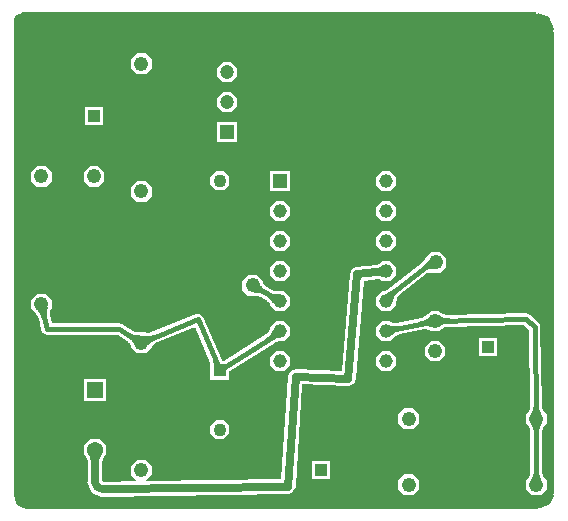
<source format=gbr>
G04*
G04 #@! TF.GenerationSoftware,Altium Limited,Altium Designer,24.7.2 (38)*
G04*
G04 Layer_Physical_Order=2*
G04 Layer_Color=16711680*
%FSLAX44Y44*%
%MOMM*%
G71*
G04*
G04 #@! TF.SameCoordinates,DA7644E0-93A3-41EC-BC17-E7A0BFE8D910*
G04*
G04*
G04 #@! TF.FilePolarity,Positive*
G04*
G01*
G75*
%ADD28C,0.6350*%
%ADD29C,0.4064*%
%ADD30R,1.2000X1.2000*%
%ADD31C,1.2000*%
%ADD32R,1.1000X1.1000*%
%ADD33C,1.1000*%
%ADD34R,1.0100X1.0100*%
%ADD35C,1.2400*%
%ADD36R,1.1700X1.1700*%
%ADD37C,1.1700*%
%ADD38R,1.3700X1.3700*%
%ADD39C,1.3700*%
%ADD40C,1.2180*%
%ADD41C,0.8585*%
G36*
X443830Y421376D02*
Y421376D01*
X444464Y420437D01*
X444463Y420330D01*
X444500Y420314D01*
X444500Y420384D01*
X445770Y421232D01*
X454998Y417410D01*
X459032Y407670D01*
X458383Y406631D01*
X458304Y406506D01*
X458096Y406400D01*
X458034D01*
X458432Y405439D01*
X458640Y405266D01*
X459357Y404666D01*
Y14644D01*
X458455Y13750D01*
X458050Y13754D01*
X458034Y13716D01*
X458743Y12446D01*
X455726Y5162D01*
X447802Y1880D01*
X446532Y2638D01*
X446532Y2850D01*
X446506Y2839D01*
X446480Y2828D01*
X446483Y2579D01*
X445754Y1690D01*
X445593Y1527D01*
X11850D01*
X10956Y2429D01*
X10960Y2834D01*
X10922Y2850D01*
X9652Y2371D01*
X4507Y4502D01*
X2363Y9677D01*
X2840Y10950D01*
X2840Y10951D01*
X2850Y11430D01*
X2829Y11480D01*
X2431Y11475D01*
X1527Y12367D01*
Y415798D01*
X2138D01*
X3668Y419492D01*
X6096Y420498D01*
X7366Y420314D01*
X7827Y420505D01*
X7806Y420688D01*
X8650Y421637D01*
X443572D01*
X443830Y421376D01*
D02*
G37*
%LPC*%
G36*
X113333Y386943D02*
X106093D01*
X100973Y381824D01*
Y374583D01*
X106093Y369463D01*
X113333D01*
X118453Y374583D01*
Y381824D01*
X113333Y386943D01*
D02*
G37*
G36*
X185732Y379455D02*
X178657D01*
X173655Y374453D01*
Y367378D01*
X178657Y362375D01*
X185732D01*
X190735Y367378D01*
Y374453D01*
X185732Y379455D01*
D02*
G37*
G36*
Y354055D02*
X178657D01*
X173655Y349053D01*
Y341978D01*
X178657Y336975D01*
X185732D01*
X190735Y341978D01*
Y349053D01*
X185732Y354055D01*
D02*
G37*
G36*
X77545Y341321D02*
X62365D01*
Y326141D01*
X77545D01*
Y341321D01*
D02*
G37*
G36*
X190735Y328655D02*
X173655D01*
Y311575D01*
X190735D01*
Y328655D01*
D02*
G37*
G36*
X73151Y291546D02*
X65911D01*
X60791Y286426D01*
Y279186D01*
X65911Y274066D01*
X73151D01*
X78271Y279186D01*
Y286426D01*
X73151Y291546D01*
D02*
G37*
G36*
X28702D02*
X21461D01*
X16341Y286426D01*
Y279186D01*
X21461Y274066D01*
X28702D01*
X33821Y279186D01*
Y286426D01*
X28702Y291546D01*
D02*
G37*
G36*
X179352Y286950D02*
X172692D01*
X167982Y282240D01*
Y275580D01*
X172692Y270870D01*
X179352D01*
X184062Y275580D01*
Y282240D01*
X179352Y286950D01*
D02*
G37*
G36*
X320467Y287282D02*
X313517D01*
X308602Y282367D01*
Y275417D01*
X313517Y270502D01*
X320467D01*
X325382Y275417D01*
Y282367D01*
X320467Y287282D01*
D02*
G37*
G36*
X235212D02*
X218432D01*
Y270502D01*
X235212D01*
Y287282D01*
D02*
G37*
G36*
X113333Y278843D02*
X106093D01*
X100973Y273724D01*
Y266483D01*
X106093Y261363D01*
X113333D01*
X118453Y266483D01*
Y273724D01*
X113333Y278843D01*
D02*
G37*
G36*
X320467Y261882D02*
X313517D01*
X308602Y256967D01*
Y250017D01*
X313517Y245102D01*
X320467D01*
X325382Y250017D01*
Y256967D01*
X320467Y261882D01*
D02*
G37*
G36*
X230297D02*
X223347D01*
X218432Y256967D01*
Y250017D01*
X223347Y245102D01*
X230297D01*
X235212Y250017D01*
Y256967D01*
X230297Y261882D01*
D02*
G37*
G36*
X320467Y236482D02*
X313517D01*
X308602Y231567D01*
Y224617D01*
X313517Y219702D01*
X320467D01*
X325382Y224617D01*
Y231567D01*
X320467Y236482D01*
D02*
G37*
G36*
X230297D02*
X223347D01*
X218432Y231567D01*
Y224617D01*
X223347Y219702D01*
X230297D01*
X235212Y224617D01*
Y231567D01*
X230297Y236482D01*
D02*
G37*
G36*
X362653Y218848D02*
X355412D01*
X350292Y213728D01*
Y212870D01*
X349777Y212230D01*
X349343Y211768D01*
X348023Y210591D01*
X317735Y186948D01*
X316684Y186299D01*
X316219Y186052D01*
X315845Y185879D01*
X315611Y185793D01*
X315346Y185727D01*
X315285Y185682D01*
X313517D01*
X308602Y180767D01*
Y173817D01*
X313517Y168902D01*
X320467D01*
X325382Y173817D01*
Y176307D01*
X325566Y176653D01*
X325661Y177613D01*
X325799Y178419D01*
X325989Y179169D01*
X326228Y179863D01*
X326515Y180508D01*
X326849Y181110D01*
X327233Y181673D01*
X327542Y182047D01*
X351283Y200579D01*
X351811Y200829D01*
X352504Y201082D01*
X353229Y201275D01*
X353992Y201408D01*
X354798Y201478D01*
X355299Y201481D01*
X355412Y201368D01*
X356937D01*
X357592Y201276D01*
X357944Y201368D01*
X362653D01*
X367772Y206488D01*
Y213728D01*
X362653Y218848D01*
D02*
G37*
G36*
X320467Y211082D02*
X313517D01*
X311470Y209036D01*
X311051Y208900D01*
X310832Y208714D01*
X310655Y208601D01*
X310369Y208459D01*
X309210Y208046D01*
X308910Y207966D01*
X291604Y205921D01*
X290037Y205043D01*
X288326Y204492D01*
X288033Y203921D01*
X287473Y203608D01*
X286985Y201879D01*
X286165Y200280D01*
X279443Y117825D01*
X240550Y119412D01*
X238397Y118622D01*
X236224Y117887D01*
X236186Y117810D01*
X236105Y117780D01*
X235142Y115699D01*
X234125Y113643D01*
X228302Y26290D01*
X114600Y24615D01*
X114067Y25877D01*
X118453Y30263D01*
Y37503D01*
X113333Y42623D01*
X106093D01*
X100973Y37503D01*
Y30263D01*
X105485Y25750D01*
X104967Y24473D01*
X78856Y24088D01*
X77875Y24200D01*
X77503Y24566D01*
X77444Y24710D01*
X77295Y24772D01*
X76926Y25135D01*
X76847Y25699D01*
X76792Y26117D01*
X76783Y41127D01*
X76842Y41665D01*
X77003Y42529D01*
X77199Y43310D01*
X77416Y43975D01*
X77646Y44522D01*
X77879Y44951D01*
X78204Y45416D01*
X78253Y45640D01*
X79980Y47367D01*
Y55146D01*
X74480Y60646D01*
X66701D01*
X61200Y55146D01*
Y47367D01*
X62934Y45633D01*
X62984Y45406D01*
X63310Y44941D01*
X63543Y44512D01*
X63774Y43966D01*
X63979Y43343D01*
X64362Y41585D01*
X64411Y41226D01*
X64422Y24203D01*
X64408Y24181D01*
X63917Y24180D01*
X67724Y14990D01*
X75838Y11629D01*
X76958Y11165D01*
X77113Y11229D01*
X77108Y11678D01*
X77125Y11689D01*
X234186Y14003D01*
X236146Y14849D01*
X238168Y15533D01*
X238287Y15773D01*
X238533Y15879D01*
X239320Y17863D01*
X240267Y19777D01*
X246069Y106805D01*
X284874Y105221D01*
X286987Y105997D01*
X289130Y106687D01*
X289191Y106807D01*
X289318Y106853D01*
X290263Y108896D01*
X291291Y110899D01*
X298084Y194228D01*
X310278Y195670D01*
X310746Y195668D01*
X311348Y195622D01*
X311850Y195550D01*
X312207Y195469D01*
X312406Y195400D01*
X312431Y195387D01*
X313517Y194302D01*
X320467D01*
X325382Y199217D01*
Y206167D01*
X320467Y211082D01*
D02*
G37*
G36*
X230297D02*
X223347D01*
X218432Y206167D01*
Y199217D01*
X223347Y194302D01*
X230297D01*
X235212Y199217D01*
Y206167D01*
X230297Y211082D01*
D02*
G37*
G36*
X207631Y199224D02*
X200390D01*
X195270Y194105D01*
Y186864D01*
X200390Y181744D01*
X204797D01*
X205224Y181620D01*
X206015Y181705D01*
X206709Y181724D01*
X207423Y181688D01*
X208159Y181594D01*
X208920Y181440D01*
X209707Y181224D01*
X210485Y180955D01*
X211005Y180723D01*
X215699Y178008D01*
X215889Y177864D01*
X216505Y177337D01*
X217050Y176808D01*
X217526Y176278D01*
X217937Y175749D01*
X218286Y175219D01*
X218432Y174952D01*
Y173817D01*
X223347Y168902D01*
X230297D01*
X235212Y173817D01*
Y180767D01*
X230297Y185682D01*
X226105D01*
X225666Y185812D01*
X224966Y185737D01*
X224361Y185725D01*
X223728Y185763D01*
X223065Y185855D01*
X222368Y186003D01*
X221638Y186212D01*
X220910Y186470D01*
X220568Y186626D01*
X215838Y189361D01*
X215529Y189599D01*
X214879Y190165D01*
X214298Y190740D01*
X213785Y191323D01*
X213337Y191914D01*
X212949Y192514D01*
X212750Y192883D01*
Y194105D01*
X207631Y199224D01*
D02*
G37*
G36*
X361857Y168973D02*
X354708D01*
X352060Y166326D01*
X351573Y166096D01*
X351058Y165529D01*
X350571Y165074D01*
X350032Y164644D01*
X349436Y164240D01*
X348782Y163862D01*
X348064Y163511D01*
X347318Y163203D01*
X346831Y163051D01*
X325784Y158743D01*
X325546Y158724D01*
X324735Y158709D01*
X323977Y158743D01*
X323269Y158823D01*
X322611Y158946D01*
X321998Y159110D01*
X321439Y159310D01*
X320467Y160282D01*
X313517D01*
X308602Y155367D01*
Y148417D01*
X313517Y143502D01*
X320467D01*
X323026Y146060D01*
X323513Y146289D01*
X323988Y146810D01*
X324432Y147221D01*
X324930Y147613D01*
X325487Y147985D01*
X326107Y148336D01*
X326791Y148665D01*
X327507Y148955D01*
X327866Y149066D01*
X348942Y153380D01*
X349285Y153405D01*
X350131Y153415D01*
X350928Y153374D01*
X351679Y153284D01*
X352385Y153146D01*
X353050Y152963D01*
X353676Y152736D01*
X353691Y152730D01*
X354708Y151713D01*
X361857D01*
X363529Y153385D01*
X363831Y153465D01*
X364441Y153929D01*
X365003Y154288D01*
X365611Y154612D01*
X366270Y154900D01*
X366983Y155153D01*
X367752Y155367D01*
X368542Y155534D01*
X369049Y155596D01*
X433773Y156811D01*
X437793Y152940D01*
X439006Y88341D01*
X438962Y87953D01*
X438813Y87104D01*
X438621Y86310D01*
X438387Y85570D01*
X438113Y84880D01*
X437799Y84238D01*
X437446Y83640D01*
X436988Y82990D01*
X436941Y82780D01*
X435416Y81255D01*
Y74015D01*
X437027Y72404D01*
X437090Y72146D01*
X437560Y71505D01*
X437924Y70913D01*
X438250Y70277D01*
X438537Y69593D01*
X438785Y68857D01*
X438992Y68067D01*
X439149Y67259D01*
X439208Y66693D01*
Y32556D01*
X439156Y32169D01*
X438992Y31323D01*
X438785Y30533D01*
X438537Y29797D01*
X438250Y29112D01*
X437924Y28477D01*
X437560Y27885D01*
X437090Y27244D01*
X437027Y26986D01*
X435416Y25375D01*
Y18135D01*
X440536Y13015D01*
X447777D01*
X452896Y18135D01*
Y25375D01*
X451286Y26986D01*
X451223Y27244D01*
X450753Y27885D01*
X450389Y28477D01*
X450063Y29112D01*
X449776Y29797D01*
X449528Y30533D01*
X449321Y31323D01*
X449164Y32131D01*
X449105Y32697D01*
Y66834D01*
X449156Y67221D01*
X449321Y68067D01*
X449528Y68857D01*
X449776Y69593D01*
X450063Y70277D01*
X450389Y70913D01*
X450753Y71505D01*
X451223Y72146D01*
X451286Y72404D01*
X452896Y74015D01*
Y81255D01*
X451198Y82953D01*
X451118Y83256D01*
X450637Y83888D01*
X450261Y84472D01*
X449924Y85102D01*
X449624Y85781D01*
X449362Y86512D01*
X449140Y87298D01*
X448968Y88103D01*
X448899Y88668D01*
X447650Y155175D01*
X447028Y156600D01*
X446135Y158647D01*
X439162Y165362D01*
X435637Y166745D01*
X368734Y165489D01*
X368393Y165527D01*
X367559Y165671D01*
X366782Y165856D01*
X366060Y166082D01*
X365391Y166346D01*
X364771Y166647D01*
X364196Y166984D01*
X363569Y167425D01*
X363358Y167472D01*
X361857Y168973D01*
D02*
G37*
G36*
X410974Y146053D02*
X395794D01*
Y130872D01*
X410974D01*
Y146053D01*
D02*
G37*
G36*
X361857Y143573D02*
X354708D01*
X349652Y138518D01*
Y131368D01*
X354708Y126313D01*
X361857D01*
X366912Y131368D01*
Y138518D01*
X361857Y143573D01*
D02*
G37*
G36*
X320467Y134882D02*
X313517D01*
X308602Y129967D01*
Y123017D01*
X313517Y118102D01*
X320467D01*
X325382Y123017D01*
Y129967D01*
X320467Y134882D01*
D02*
G37*
G36*
X230297D02*
X223347D01*
X218432Y129967D01*
Y123017D01*
X223347Y118102D01*
X230297D01*
X235212Y123017D01*
Y129967D01*
X230297Y134882D01*
D02*
G37*
G36*
X28702Y183446D02*
X21461D01*
X16341Y178326D01*
Y171086D01*
X19195Y168232D01*
X19427Y167771D01*
X20028Y167252D01*
X20516Y166757D01*
X20976Y166211D01*
X21409Y165608D01*
X21816Y164947D01*
X22195Y164223D01*
X22529Y163471D01*
X22714Y162933D01*
X25102Y152560D01*
X25899Y151440D01*
X26425Y150171D01*
X26962Y149948D01*
X27299Y149475D01*
X28655Y149247D01*
X29924Y148721D01*
X89614D01*
X97932Y143517D01*
X98232Y143268D01*
X98862Y142680D01*
X99422Y142086D01*
X99915Y141485D01*
X100343Y140878D01*
X100709Y140265D01*
X100973Y139732D01*
Y138363D01*
X106093Y133243D01*
X113333D01*
X118453Y138363D01*
Y138988D01*
X118781Y139376D01*
X119301Y139905D01*
X119884Y140418D01*
X120533Y140914D01*
X121217Y141371D01*
X121717Y141644D01*
X155106Y155621D01*
X167982Y124862D01*
Y124379D01*
X167803Y123953D01*
X167923Y123660D01*
X167868Y123349D01*
X167982Y123186D01*
Y110432D01*
X184062D01*
Y116422D01*
X184149Y116549D01*
X184062Y117024D01*
Y117553D01*
X184181Y117691D01*
X184452Y117950D01*
X222531Y142047D01*
X223302Y142429D01*
X223998Y142716D01*
X224659Y142948D01*
X225255Y143116D01*
X225782Y143225D01*
X226235Y143281D01*
X226760Y143295D01*
X227222Y143502D01*
X230297D01*
X235212Y148417D01*
Y155367D01*
X230297Y160282D01*
X223347D01*
X218432Y155367D01*
Y153832D01*
X218278Y153314D01*
X218019Y152639D01*
X217713Y151998D01*
X217357Y151386D01*
X216950Y150800D01*
X216488Y150236D01*
X215968Y149693D01*
X215645Y149402D01*
X179851Y126751D01*
X179310Y126512D01*
X178648D01*
X178387Y126649D01*
X178220Y126664D01*
X178167Y126700D01*
X178043Y126810D01*
X177867Y127007D01*
X177743Y127177D01*
X162325Y164007D01*
Y164008D01*
X159636Y166676D01*
X155849Y166661D01*
X117765Y150719D01*
X117388Y150617D01*
X116545Y150442D01*
X115735Y150328D01*
X114961Y150272D01*
X114219Y150273D01*
X113747Y150309D01*
X113333Y150723D01*
X109297D01*
X108807Y150885D01*
X108015Y150827D01*
X107320Y150832D01*
X106609Y150893D01*
X105876Y151013D01*
X105121Y151193D01*
X104341Y151436D01*
X103573Y151732D01*
X103062Y151982D01*
X93660Y157865D01*
X92304Y158093D01*
X91035Y158619D01*
X33863D01*
X32327Y165291D01*
X32290Y165679D01*
X32261Y166541D01*
X32285Y167357D01*
X32362Y168130D01*
X32488Y168861D01*
X32663Y169554D01*
X32853Y170118D01*
X33821Y171086D01*
Y178326D01*
X28702Y183446D01*
D02*
G37*
G36*
X79980Y111446D02*
X61200D01*
Y92666D01*
X79980D01*
Y111446D01*
D02*
G37*
G36*
X339677Y86375D02*
X332436D01*
X327316Y81255D01*
Y74015D01*
X332436Y68895D01*
X339677D01*
X344796Y74015D01*
Y81255D01*
X339677Y86375D01*
D02*
G37*
G36*
X179352Y76512D02*
X172692D01*
X167982Y71802D01*
Y65142D01*
X172692Y60432D01*
X179352D01*
X184062Y65142D01*
Y71802D01*
X179352Y76512D01*
D02*
G37*
G36*
X269838Y41873D02*
X254658D01*
Y26693D01*
X269838D01*
Y41873D01*
D02*
G37*
G36*
X339677Y30495D02*
X332436D01*
X327316Y25375D01*
Y18135D01*
X332436Y13015D01*
X339677D01*
X344796Y18135D01*
Y25375D01*
X339677Y30495D01*
D02*
G37*
%LPD*%
G36*
X357972Y203999D02*
X356836Y204158D01*
X355735Y204234D01*
X354669Y204226D01*
X353637Y204136D01*
X352640Y203963D01*
X351677Y203707D01*
X350750Y203368D01*
X349857Y202946D01*
X348999Y202442D01*
X348175Y201854D01*
X346992Y206086D01*
X348022Y206905D01*
X351262Y209797D01*
X351852Y210423D01*
X352767Y211560D01*
X353093Y212071D01*
X353331Y212544D01*
X357972Y203999D01*
D02*
G37*
G36*
X327028Y185347D02*
X326292Y184721D01*
X325627Y184047D01*
X325032Y183325D01*
X324507Y182555D01*
X324052Y181736D01*
X323667Y180870D01*
X323353Y179955D01*
X323108Y178992D01*
X322934Y177980D01*
X322830Y176921D01*
X316007Y183058D01*
X316420Y183161D01*
X316899Y183337D01*
X317443Y183589D01*
X318054Y183914D01*
X319472Y184790D01*
X321153Y185963D01*
X323097Y187434D01*
X327028Y185347D01*
D02*
G37*
G36*
X313908Y197721D02*
X313480Y197938D01*
X312962Y198116D01*
X312351Y198256D01*
X311649Y198356D01*
X310855Y198417D01*
X308993Y198423D01*
X307925Y198367D01*
X305514Y198138D01*
X304768Y204445D01*
X306017Y204606D01*
X309172Y205190D01*
X310028Y205418D01*
X311445Y205924D01*
X312006Y206202D01*
X312469Y206496D01*
X312834Y206807D01*
X313908Y197721D01*
D02*
G37*
G36*
X75535Y46397D02*
X75165Y45713D01*
X74838Y44938D01*
X74555Y44072D01*
X74316Y43115D01*
X74120Y42068D01*
X73860Y39700D01*
X73795Y38380D01*
X73774Y36969D01*
X67425Y36964D01*
X67402Y38375D01*
X67225Y40925D01*
X67072Y42063D01*
X66634Y44067D01*
X66350Y44932D01*
X66023Y45707D01*
X65651Y46391D01*
X65236Y46983D01*
X75950Y46990D01*
X75535Y46397D01*
D02*
G37*
G36*
X210147Y191918D02*
X210581Y191114D01*
X211083Y190336D01*
X211655Y189582D01*
X212296Y188853D01*
X213006Y188150D01*
X213786Y187471D01*
X214634Y186818D01*
X215552Y186190D01*
X216539Y185586D01*
X214504Y182068D01*
X213489Y182623D01*
X211497Y183514D01*
X210521Y183852D01*
X209557Y184116D01*
X208605Y184308D01*
X207667Y184428D01*
X206741Y184475D01*
X205828Y184450D01*
X204928Y184353D01*
X209783Y192747D01*
X210147Y191918D01*
D02*
G37*
G36*
X217986Y184779D02*
X219880Y183919D01*
X220800Y183592D01*
X221703Y183334D01*
X222589Y183145D01*
X223457Y183025D01*
X224307Y182974D01*
X225140Y182991D01*
X225956Y183078D01*
X221375Y175157D01*
X221043Y175907D01*
X220643Y176638D01*
X220175Y177350D01*
X219637Y178042D01*
X219032Y178715D01*
X218358Y179370D01*
X217616Y180004D01*
X216805Y180620D01*
X215926Y181217D01*
X214979Y181794D01*
X217013Y185312D01*
X217986Y184779D01*
D02*
G37*
G36*
X362707Y164671D02*
X363473Y164221D01*
X364285Y163826D01*
X365145Y163487D01*
X366052Y163204D01*
X367006Y162976D01*
X368006Y162804D01*
X369054Y162687D01*
X370149Y162626D01*
X371291Y162620D01*
X371367Y158556D01*
X370226Y158508D01*
X368092Y158249D01*
X367098Y158039D01*
X366154Y157776D01*
X365258Y157459D01*
X364412Y157088D01*
X363614Y156663D01*
X362866Y156185D01*
X362167Y155653D01*
X361988Y165176D01*
X362707Y164671D01*
D02*
G37*
G36*
X355519Y154916D02*
X354720Y155282D01*
X353885Y155585D01*
X353014Y155825D01*
X352107Y156002D01*
X351163Y156115D01*
X350184Y156166D01*
X349169Y156153D01*
X348117Y156077D01*
X347029Y155938D01*
X345906Y155736D01*
X345091Y159717D01*
X346204Y159973D01*
X348255Y160616D01*
X349194Y161003D01*
X350075Y161434D01*
X350898Y161909D01*
X351662Y162428D01*
X352369Y162991D01*
X353018Y163597D01*
X353609Y164248D01*
X355519Y154916D01*
D02*
G37*
G36*
X320393Y156765D02*
X321178Y156484D01*
X322001Y156263D01*
X322862Y156102D01*
X323762Y156001D01*
X324700Y155959D01*
X325676Y155977D01*
X326691Y156055D01*
X327745Y156193D01*
X328836Y156390D01*
X329651Y152409D01*
X328570Y152162D01*
X326583Y151547D01*
X325678Y151180D01*
X324832Y150774D01*
X324044Y150327D01*
X323315Y149840D01*
X322645Y149314D01*
X322034Y148748D01*
X321481Y148141D01*
X319647Y157105D01*
X320393Y156765D01*
D02*
G37*
G36*
X445988Y89813D02*
X446254Y87647D01*
X446470Y86636D01*
X446742Y85674D01*
X447069Y84761D01*
X447452Y83895D01*
X447889Y83078D01*
X448383Y82310D01*
X448932Y81589D01*
X439236Y81407D01*
X439758Y82148D01*
X440222Y82934D01*
X440629Y83767D01*
X440978Y84646D01*
X441271Y85571D01*
X441506Y86543D01*
X441684Y87561D01*
X441805Y88625D01*
X441869Y89735D01*
X441875Y90892D01*
X445938Y90968D01*
X445988Y89813D01*
D02*
G37*
G36*
X448470Y73040D02*
X447991Y72262D01*
X447569Y71437D01*
X447202Y70565D01*
X446893Y69645D01*
X446639Y68678D01*
X446442Y67664D01*
X446301Y66603D01*
X446217Y65493D01*
X446188Y64337D01*
X442124D01*
X442096Y65493D01*
X441871Y67664D01*
X441674Y68678D01*
X441420Y69645D01*
X441110Y70565D01*
X440744Y71437D01*
X440322Y72262D01*
X439843Y73040D01*
X439308Y73771D01*
X449005D01*
X448470Y73040D01*
D02*
G37*
G36*
X446217Y33896D02*
X446442Y31726D01*
X446639Y30711D01*
X446893Y29744D01*
X447202Y28825D01*
X447569Y27952D01*
X447991Y27127D01*
X448470Y26349D01*
X449005Y25619D01*
X439308D01*
X439843Y26349D01*
X440322Y27127D01*
X440744Y27952D01*
X441110Y28825D01*
X441420Y29744D01*
X441674Y30711D01*
X441871Y31726D01*
X442012Y32787D01*
X442096Y33896D01*
X442124Y35052D01*
X446188D01*
X446217Y33896D01*
D02*
G37*
G36*
X30315Y171196D02*
X30023Y170331D01*
X29797Y169432D01*
X29636Y168500D01*
X29540Y167534D01*
X29510Y166535D01*
X29546Y165502D01*
X29646Y164436D01*
X29813Y163336D01*
X30045Y162203D01*
X26085Y161292D01*
X25798Y162412D01*
X25091Y164477D01*
X24671Y165421D01*
X24207Y166306D01*
X23699Y167133D01*
X23147Y167901D01*
X22550Y168610D01*
X21909Y169261D01*
X21223Y169852D01*
X30673Y172028D01*
X30315Y171196D01*
D02*
G37*
G36*
X122764Y145244D02*
X121708Y144771D01*
X119793Y143725D01*
X118933Y143152D01*
X118139Y142544D01*
X117410Y141904D01*
X116747Y141229D01*
X116149Y140521D01*
X115617Y139779D01*
X115149Y139003D01*
X111405Y147948D01*
X112285Y147736D01*
X113188Y147595D01*
X114112Y147524D01*
X115058Y147523D01*
X116026Y147592D01*
X117016Y147732D01*
X118028Y147942D01*
X119061Y148222D01*
X120117Y148572D01*
X121194Y148993D01*
X122764Y145244D01*
D02*
G37*
G36*
X226683Y146044D02*
X226029Y146025D01*
X225335Y145941D01*
X224602Y145789D01*
X223830Y145571D01*
X223018Y145286D01*
X222166Y144934D01*
X220344Y144031D01*
X219374Y143480D01*
X218364Y142862D01*
X215502Y145860D01*
X216361Y146443D01*
X217155Y147062D01*
X217884Y147719D01*
X218547Y148412D01*
X219145Y149142D01*
X219678Y149908D01*
X220145Y150712D01*
X220547Y151552D01*
X220883Y152429D01*
X221155Y153342D01*
X226683Y146044D01*
D02*
G37*
G36*
X100513Y150170D02*
X102472Y149209D01*
X103437Y148839D01*
X104391Y148540D01*
X105335Y148315D01*
X106269Y148163D01*
X107192Y148084D01*
X108105Y148077D01*
X109009Y148143D01*
X103865Y139923D01*
X103530Y140764D01*
X103125Y141582D01*
X102649Y142378D01*
X102104Y143151D01*
X101489Y143902D01*
X100803Y144629D01*
X100048Y145335D01*
X99223Y146017D01*
X98327Y146677D01*
X97362Y147314D01*
X99518Y150759D01*
X100513Y150170D01*
D02*
G37*
G36*
X174688Y126974D02*
X175022Y126333D01*
X175368Y125767D01*
X175727Y125276D01*
X176098Y124860D01*
X176481Y124520D01*
X176877Y124255D01*
X177285Y124065D01*
X177705Y123950D01*
X178138Y123911D01*
X170553Y123941D01*
X170722Y123979D01*
X170841Y124092D01*
X170910Y124279D01*
X170927Y124541D01*
X170893Y124879D01*
X170808Y125291D01*
X170673Y125778D01*
X170249Y126978D01*
X169960Y127690D01*
X174366D01*
X174688Y126974D01*
D02*
G37*
G36*
X184926Y121702D02*
X184070Y121136D01*
X182698Y120078D01*
X182182Y119584D01*
X181779Y119114D01*
X181489Y118668D01*
X181313Y118246D01*
X181249Y117848D01*
X181298Y117474D01*
X181461Y117124D01*
X177065Y123911D01*
X177334Y123630D01*
X177704Y123460D01*
X178174Y123402D01*
X178746Y123455D01*
X179419Y123620D01*
X180193Y123896D01*
X181068Y124284D01*
X182044Y124782D01*
X184299Y126115D01*
X184926Y121702D01*
D02*
G37*
D28*
X70608Y24203D02*
G03*
X77034Y17875I6350J22D01*
G01*
X234095Y20189D02*
X240297Y113232D01*
X77034Y17875D02*
X234095Y20189D01*
X240297Y113232D02*
X285126Y111402D01*
X292330Y199777D01*
X316992Y202692D01*
X70608Y24203D02*
Y24220D01*
X70590Y51256D02*
X70608Y24220D01*
D29*
X214173Y301603D02*
G03*
X210631Y298152I480J-4036D01*
G01*
X35419Y99007D02*
G03*
X36317Y98235I3070J2663D01*
G01*
X23114Y116078D02*
G03*
X23927Y112252I3891J-1172D01*
G01*
X101033Y188988D02*
X169247Y226348D01*
X95910Y190485D02*
X101033Y188988D01*
X172329Y225989D02*
X176022Y228910D01*
X169247Y226348D02*
X169247Y226348D01*
X172329Y225989D01*
X157760Y162097D02*
X176022Y118472D01*
X109713Y141983D02*
X157760Y162097D01*
X226488Y150407D02*
X226822Y151892D01*
X176022Y118472D02*
X226488Y150407D01*
X201205Y232397D02*
X210631Y298152D01*
X197182Y228910D02*
X198325Y228910D01*
X200705Y231290D02*
X201205Y232397D01*
X198325Y228910D02*
X200705Y231290D01*
X176022Y228910D02*
X197182D01*
X214173Y301603D02*
X214185Y301604D01*
X290078Y310389D01*
X359032Y318208D01*
X91035Y153670D02*
X109713Y141983D01*
X25081Y174706D02*
X29924Y153670D01*
X91035D01*
X23927Y112252D02*
X23936Y112242D01*
X36317Y98235D02*
X36324Y98231D01*
X70590Y76656D01*
X23936Y112242D02*
X35419Y99007D01*
X316992Y151892D02*
X358282Y160343D01*
X442702Y155082D02*
X444156Y77635D01*
X358282Y160343D02*
X435730Y161798D01*
X442702Y155082D01*
X69531Y174706D02*
X95910Y190485D01*
X355936Y210490D02*
X359032Y210108D01*
X317374Y180388D02*
X355936Y210490D01*
X316992Y177292D02*
X317374Y180388D01*
X444156Y21755D02*
Y77635D01*
X204010Y190485D02*
X226822Y177292D01*
D30*
X182195Y320115D02*
D03*
D31*
Y345515D02*
D03*
Y370915D02*
D03*
D32*
X176022Y228910D02*
D03*
Y118472D02*
D03*
D33*
Y278910D02*
D03*
Y68472D02*
D03*
D34*
X262248Y34283D02*
D03*
X403384Y138462D02*
D03*
X69955Y333731D02*
D03*
D35*
X444156Y21755D02*
D03*
X336056D02*
D03*
Y77635D02*
D03*
X444156D02*
D03*
X359032Y318208D02*
D03*
Y210108D02*
D03*
X109713Y378203D02*
D03*
Y270103D02*
D03*
X69531Y174706D02*
D03*
Y282806D02*
D03*
X25081Y174706D02*
D03*
Y282806D02*
D03*
X204010Y190485D02*
D03*
X95910D02*
D03*
X109713Y141983D02*
D03*
Y33883D02*
D03*
D36*
X226822Y278892D02*
D03*
D37*
Y253492D02*
D03*
Y228092D02*
D03*
Y202692D02*
D03*
Y177292D02*
D03*
Y151892D02*
D03*
Y126492D02*
D03*
X316992D02*
D03*
Y151892D02*
D03*
Y177292D02*
D03*
Y202692D02*
D03*
Y228092D02*
D03*
Y253492D02*
D03*
Y278892D02*
D03*
D38*
X70590Y102056D02*
D03*
D39*
Y76656D02*
D03*
Y51256D02*
D03*
D40*
X358282Y134943D02*
D03*
Y160343D02*
D03*
D41*
X23114Y116078D02*
D03*
M02*

</source>
